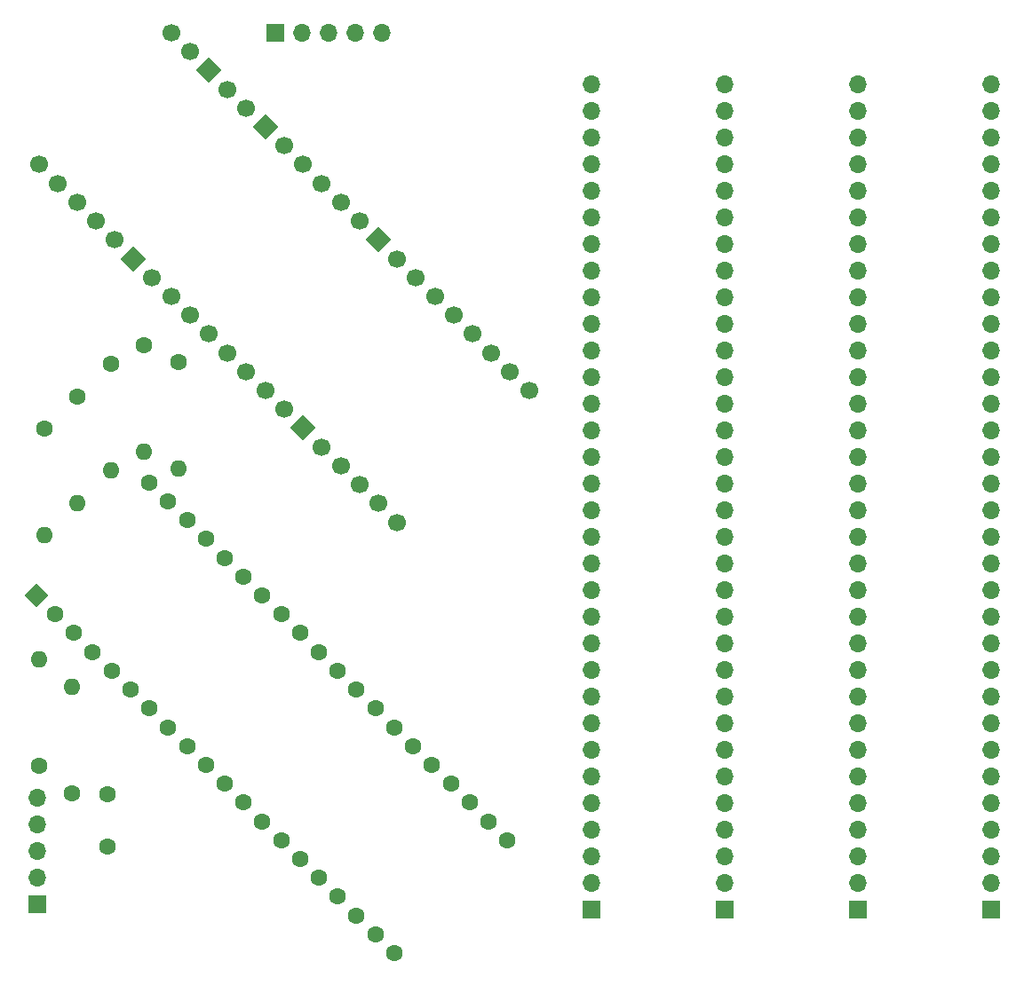
<source format=gbr>
%TF.GenerationSoftware,KiCad,Pcbnew,7.0.8*%
%TF.CreationDate,2024-01-24T08:25:51+01:00*%
%TF.ProjectId,Sorbus-Junior,536f7262-7573-42d4-9a75-6e696f722e6b,rev?*%
%TF.SameCoordinates,Original*%
%TF.FileFunction,Soldermask,Top*%
%TF.FilePolarity,Negative*%
%FSLAX46Y46*%
G04 Gerber Fmt 4.6, Leading zero omitted, Abs format (unit mm)*
G04 Created by KiCad (PCBNEW 7.0.8) date 2024-01-24 08:25:51*
%MOMM*%
%LPD*%
G01*
G04 APERTURE LIST*
G04 Aperture macros list*
%AMHorizOval*
0 Thick line with rounded ends*
0 $1 width*
0 $2 $3 position (X,Y) of the first rounded end (center of the circle)*
0 $4 $5 position (X,Y) of the second rounded end (center of the circle)*
0 Add line between two ends*
20,1,$1,$2,$3,$4,$5,0*
0 Add two circle primitives to create the rounded ends*
1,1,$1,$2,$3*
1,1,$1,$4,$5*%
%AMRotRect*
0 Rectangle, with rotation*
0 The origin of the aperture is its center*
0 $1 length*
0 $2 width*
0 $3 Rotation angle, in degrees counterclockwise*
0 Add horizontal line*
21,1,$1,$2,0,0,$3*%
G04 Aperture macros list end*
%ADD10R,1.700000X1.700000*%
%ADD11O,1.700000X1.700000*%
%ADD12C,1.600000*%
%ADD13O,1.600000X1.600000*%
%ADD14HorizOval,1.700000X0.000000X0.000000X0.000000X0.000000X0*%
%ADD15RotRect,1.700000X1.700000X45.000000*%
%ADD16RotRect,1.600000X1.600000X45.000000*%
%ADD17HorizOval,1.600000X0.000000X0.000000X0.000000X0.000000X0*%
G04 APERTURE END LIST*
D10*
%TO.C,J6*%
X28067000Y-111506000D03*
D11*
X28067000Y-108966000D03*
X28067000Y-106426000D03*
X28067000Y-103886000D03*
X28067000Y-101346000D03*
%TD*%
D12*
%TO.C,R4*%
X28740026Y-66167641D03*
D13*
X28740026Y-76327641D03*
%TD*%
D12*
%TO.C,R6*%
X35090026Y-59944641D03*
D13*
X35090026Y-70104641D03*
%TD*%
D10*
%TO.C,J5*%
X50805000Y-28346400D03*
D11*
X53345000Y-28346400D03*
X55885000Y-28346400D03*
X58425000Y-28346400D03*
X60965000Y-28346400D03*
%TD*%
D12*
%TO.C,R7*%
X38265026Y-58166641D03*
D13*
X38265026Y-68326641D03*
%TD*%
D12*
%TO.C,R3*%
X28295600Y-98348800D03*
D13*
X28295600Y-88188800D03*
%TD*%
D12*
%TO.C,C1*%
X34798000Y-106005000D03*
X34798000Y-101005000D03*
%TD*%
D10*
%TO.C,J2*%
X106299000Y-112014000D03*
D11*
X106299000Y-109474000D03*
X106299000Y-106934000D03*
X106299000Y-104394000D03*
X106299000Y-101854000D03*
X106299000Y-99314000D03*
X106299000Y-96774000D03*
X106299000Y-94234000D03*
X106299000Y-91694000D03*
X106299000Y-89154000D03*
X106299000Y-86614000D03*
X106299000Y-84074000D03*
X106299000Y-81534000D03*
X106299000Y-78994000D03*
X106299000Y-76454000D03*
X106299000Y-73914000D03*
X106299000Y-71374000D03*
X106299000Y-68834000D03*
X106299000Y-66294000D03*
X106299000Y-63754000D03*
X106299000Y-61214000D03*
X106299000Y-58674000D03*
X106299000Y-56134000D03*
X106299000Y-53594000D03*
X106299000Y-51054000D03*
X106299000Y-48514000D03*
X106299000Y-45974000D03*
X106299000Y-43434000D03*
X106299000Y-40894000D03*
X106299000Y-38354000D03*
X106299000Y-35814000D03*
X106299000Y-33274000D03*
%TD*%
D12*
%TO.C,R2*%
X31419800Y-100939600D03*
D13*
X31419800Y-90779600D03*
%TD*%
D10*
%TO.C,J1*%
X118999000Y-112014000D03*
D11*
X118999000Y-109474000D03*
X118999000Y-106934000D03*
X118999000Y-104394000D03*
X118999000Y-101854000D03*
X118999000Y-99314000D03*
X118999000Y-96774000D03*
X118999000Y-94234000D03*
X118999000Y-91694000D03*
X118999000Y-89154000D03*
X118999000Y-86614000D03*
X118999000Y-84074000D03*
X118999000Y-81534000D03*
X118999000Y-78994000D03*
X118999000Y-76454000D03*
X118999000Y-73914000D03*
X118999000Y-71374000D03*
X118999000Y-68834000D03*
X118999000Y-66294000D03*
X118999000Y-63754000D03*
X118999000Y-61214000D03*
X118999000Y-58674000D03*
X118999000Y-56134000D03*
X118999000Y-53594000D03*
X118999000Y-51054000D03*
X118999000Y-48514000D03*
X118999000Y-45974000D03*
X118999000Y-43434000D03*
X118999000Y-40894000D03*
X118999000Y-38354000D03*
X118999000Y-35814000D03*
X118999000Y-33274000D03*
%TD*%
D10*
%TO.C,J4*%
X80924400Y-112014000D03*
D11*
X80924400Y-109474000D03*
X80924400Y-106934000D03*
X80924400Y-104394000D03*
X80924400Y-101854000D03*
X80924400Y-99314000D03*
X80924400Y-96774000D03*
X80924400Y-94234000D03*
X80924400Y-91694000D03*
X80924400Y-89154000D03*
X80924400Y-86614000D03*
X80924400Y-84074000D03*
X80924400Y-81534000D03*
X80924400Y-78994000D03*
X80924400Y-76454000D03*
X80924400Y-73914000D03*
X80924400Y-71374000D03*
X80924400Y-68834000D03*
X80924400Y-66294000D03*
X80924400Y-63754000D03*
X80924400Y-61214000D03*
X80924400Y-58674000D03*
X80924400Y-56134000D03*
X80924400Y-53594000D03*
X80924400Y-51054000D03*
X80924400Y-48514000D03*
X80924400Y-45974000D03*
X80924400Y-43434000D03*
X80924400Y-40894000D03*
X80924400Y-38354000D03*
X80924400Y-35814000D03*
X80924400Y-33274000D03*
%TD*%
D14*
%TO.C,U1*%
X28274195Y-40948795D03*
X30070246Y-42744846D03*
X31866298Y-44540897D03*
X33662349Y-46336948D03*
X35458400Y-48133000D03*
D15*
X37254451Y-49929051D03*
D14*
X39050502Y-51725102D03*
X40846554Y-53521153D03*
X42642605Y-55317204D03*
X44438656Y-57113256D03*
X46234707Y-58909307D03*
X48030759Y-60705358D03*
X49826810Y-62501409D03*
X51622861Y-64297461D03*
D15*
X53418912Y-66093512D03*
D14*
X55214963Y-67889563D03*
X57011015Y-69685614D03*
X58807066Y-71481665D03*
X60603117Y-73277717D03*
X62399168Y-75073768D03*
X74971527Y-62501409D03*
X73175476Y-60705358D03*
X71379424Y-58909307D03*
X69583373Y-57113256D03*
X67787322Y-55317204D03*
X65991271Y-53521153D03*
X64195220Y-51725102D03*
X62399168Y-49929051D03*
D15*
X60603117Y-48133000D03*
D14*
X58807066Y-46336948D03*
X57011015Y-44540897D03*
X55214963Y-42744846D03*
X53418912Y-40948795D03*
X51622861Y-39152743D03*
D15*
X49826810Y-37356692D03*
D14*
X48030759Y-35560641D03*
X46234707Y-33764590D03*
D15*
X44438656Y-31968539D03*
D14*
X42642605Y-30172487D03*
X40846554Y-28376436D03*
%TD*%
D12*
%TO.C,R5*%
X31915026Y-63119641D03*
D13*
X31915026Y-73279641D03*
%TD*%
D12*
%TO.C,R1*%
X41529000Y-59817000D03*
D13*
X41529000Y-69977000D03*
%TD*%
D10*
%TO.C,J3*%
X93599000Y-112014000D03*
D11*
X93599000Y-109474000D03*
X93599000Y-106934000D03*
X93599000Y-104394000D03*
X93599000Y-101854000D03*
X93599000Y-99314000D03*
X93599000Y-96774000D03*
X93599000Y-94234000D03*
X93599000Y-91694000D03*
X93599000Y-89154000D03*
X93599000Y-86614000D03*
X93599000Y-84074000D03*
X93599000Y-81534000D03*
X93599000Y-78994000D03*
X93599000Y-76454000D03*
X93599000Y-73914000D03*
X93599000Y-71374000D03*
X93599000Y-68834000D03*
X93599000Y-66294000D03*
X93599000Y-63754000D03*
X93599000Y-61214000D03*
X93599000Y-58674000D03*
X93599000Y-56134000D03*
X93599000Y-53594000D03*
X93599000Y-51054000D03*
X93599000Y-48514000D03*
X93599000Y-45974000D03*
X93599000Y-43434000D03*
X93599000Y-40894000D03*
X93599000Y-38354000D03*
X93599000Y-35814000D03*
X93599000Y-33274000D03*
%TD*%
D16*
%TO.C,U2*%
X27996719Y-82061334D03*
D17*
X29792770Y-83857385D03*
X31588821Y-85653436D03*
X33384873Y-87449488D03*
X35180924Y-89245539D03*
X36976975Y-91041590D03*
X38773026Y-92837641D03*
X40569078Y-94633693D03*
X42365129Y-96429744D03*
X44161180Y-98225795D03*
X45957231Y-100021846D03*
X47753282Y-101817897D03*
X49549334Y-103613949D03*
X51345385Y-105410000D03*
X53141436Y-107206051D03*
X54937487Y-109002102D03*
X56733539Y-110798154D03*
X58529590Y-112594205D03*
X60325641Y-114390256D03*
X62121692Y-116186307D03*
X72898000Y-105410000D03*
X71101948Y-103613949D03*
X69305897Y-101817897D03*
X67509846Y-100021846D03*
X65713795Y-98225795D03*
X63917743Y-96429744D03*
X62121692Y-94633693D03*
X60325641Y-92837641D03*
X58529590Y-91041590D03*
X56733539Y-89245539D03*
X54937487Y-87449488D03*
X53141436Y-85653436D03*
X51345385Y-83857385D03*
X49549334Y-82061334D03*
X47753282Y-80265283D03*
X45957231Y-78469232D03*
X44161180Y-76673180D03*
X42365129Y-74877129D03*
X40569078Y-73081078D03*
X38773026Y-71285027D03*
%TD*%
M02*

</source>
